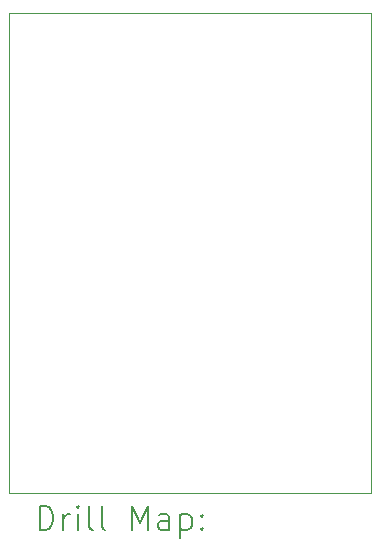
<source format=gbr>
%TF.GenerationSoftware,KiCad,Pcbnew,8.0.2-1*%
%TF.CreationDate,2024-05-18T17:45:13-05:00*%
%TF.ProjectId,can_test,63616e5f-7465-4737-942e-6b696361645f,rev?*%
%TF.SameCoordinates,Original*%
%TF.FileFunction,Drillmap*%
%TF.FilePolarity,Positive*%
%FSLAX45Y45*%
G04 Gerber Fmt 4.5, Leading zero omitted, Abs format (unit mm)*
G04 Created by KiCad (PCBNEW 8.0.2-1) date 2024-05-18 17:45:13*
%MOMM*%
%LPD*%
G01*
G04 APERTURE LIST*
%ADD10C,0.050000*%
%ADD11C,0.200000*%
G04 APERTURE END LIST*
D10*
X3210000Y-1590000D02*
X6275000Y-1590000D01*
X6275000Y-5650000D01*
X3210000Y-5650000D01*
X3210000Y-1590000D01*
D11*
X3468277Y-5963984D02*
X3468277Y-5763984D01*
X3468277Y-5763984D02*
X3515896Y-5763984D01*
X3515896Y-5763984D02*
X3544467Y-5773508D01*
X3544467Y-5773508D02*
X3563515Y-5792555D01*
X3563515Y-5792555D02*
X3573039Y-5811603D01*
X3573039Y-5811603D02*
X3582562Y-5849698D01*
X3582562Y-5849698D02*
X3582562Y-5878269D01*
X3582562Y-5878269D02*
X3573039Y-5916365D01*
X3573039Y-5916365D02*
X3563515Y-5935412D01*
X3563515Y-5935412D02*
X3544467Y-5954460D01*
X3544467Y-5954460D02*
X3515896Y-5963984D01*
X3515896Y-5963984D02*
X3468277Y-5963984D01*
X3668277Y-5963984D02*
X3668277Y-5830650D01*
X3668277Y-5868746D02*
X3677801Y-5849698D01*
X3677801Y-5849698D02*
X3687324Y-5840174D01*
X3687324Y-5840174D02*
X3706372Y-5830650D01*
X3706372Y-5830650D02*
X3725420Y-5830650D01*
X3792086Y-5963984D02*
X3792086Y-5830650D01*
X3792086Y-5763984D02*
X3782562Y-5773508D01*
X3782562Y-5773508D02*
X3792086Y-5783031D01*
X3792086Y-5783031D02*
X3801610Y-5773508D01*
X3801610Y-5773508D02*
X3792086Y-5763984D01*
X3792086Y-5763984D02*
X3792086Y-5783031D01*
X3915896Y-5963984D02*
X3896848Y-5954460D01*
X3896848Y-5954460D02*
X3887324Y-5935412D01*
X3887324Y-5935412D02*
X3887324Y-5763984D01*
X4020658Y-5963984D02*
X4001610Y-5954460D01*
X4001610Y-5954460D02*
X3992086Y-5935412D01*
X3992086Y-5935412D02*
X3992086Y-5763984D01*
X4249229Y-5963984D02*
X4249229Y-5763984D01*
X4249229Y-5763984D02*
X4315896Y-5906841D01*
X4315896Y-5906841D02*
X4382563Y-5763984D01*
X4382563Y-5763984D02*
X4382563Y-5963984D01*
X4563515Y-5963984D02*
X4563515Y-5859222D01*
X4563515Y-5859222D02*
X4553991Y-5840174D01*
X4553991Y-5840174D02*
X4534944Y-5830650D01*
X4534944Y-5830650D02*
X4496848Y-5830650D01*
X4496848Y-5830650D02*
X4477801Y-5840174D01*
X4563515Y-5954460D02*
X4544467Y-5963984D01*
X4544467Y-5963984D02*
X4496848Y-5963984D01*
X4496848Y-5963984D02*
X4477801Y-5954460D01*
X4477801Y-5954460D02*
X4468277Y-5935412D01*
X4468277Y-5935412D02*
X4468277Y-5916365D01*
X4468277Y-5916365D02*
X4477801Y-5897317D01*
X4477801Y-5897317D02*
X4496848Y-5887793D01*
X4496848Y-5887793D02*
X4544467Y-5887793D01*
X4544467Y-5887793D02*
X4563515Y-5878269D01*
X4658753Y-5830650D02*
X4658753Y-6030650D01*
X4658753Y-5840174D02*
X4677801Y-5830650D01*
X4677801Y-5830650D02*
X4715896Y-5830650D01*
X4715896Y-5830650D02*
X4734944Y-5840174D01*
X4734944Y-5840174D02*
X4744467Y-5849698D01*
X4744467Y-5849698D02*
X4753991Y-5868746D01*
X4753991Y-5868746D02*
X4753991Y-5925888D01*
X4753991Y-5925888D02*
X4744467Y-5944936D01*
X4744467Y-5944936D02*
X4734944Y-5954460D01*
X4734944Y-5954460D02*
X4715896Y-5963984D01*
X4715896Y-5963984D02*
X4677801Y-5963984D01*
X4677801Y-5963984D02*
X4658753Y-5954460D01*
X4839705Y-5944936D02*
X4849229Y-5954460D01*
X4849229Y-5954460D02*
X4839705Y-5963984D01*
X4839705Y-5963984D02*
X4830182Y-5954460D01*
X4830182Y-5954460D02*
X4839705Y-5944936D01*
X4839705Y-5944936D02*
X4839705Y-5963984D01*
X4839705Y-5840174D02*
X4849229Y-5849698D01*
X4849229Y-5849698D02*
X4839705Y-5859222D01*
X4839705Y-5859222D02*
X4830182Y-5849698D01*
X4830182Y-5849698D02*
X4839705Y-5840174D01*
X4839705Y-5840174D02*
X4839705Y-5859222D01*
M02*

</source>
